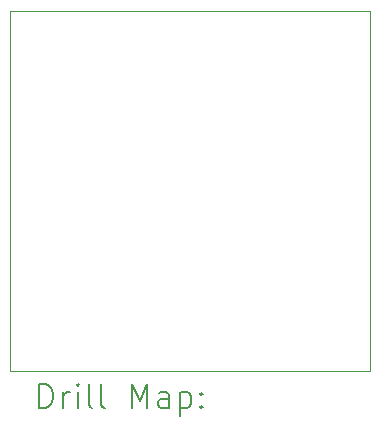
<source format=gbr>
%TF.GenerationSoftware,KiCad,Pcbnew,(6.0.9)*%
%TF.CreationDate,2023-11-13T03:08:19-05:00*%
%TF.ProjectId,ALRT_v1,414c5254-5f76-4312-9e6b-696361645f70,rev?*%
%TF.SameCoordinates,Original*%
%TF.FileFunction,Drillmap*%
%TF.FilePolarity,Positive*%
%FSLAX45Y45*%
G04 Gerber Fmt 4.5, Leading zero omitted, Abs format (unit mm)*
G04 Created by KiCad (PCBNEW (6.0.9)) date 2023-11-13 03:08:19*
%MOMM*%
%LPD*%
G01*
G04 APERTURE LIST*
%ADD10C,0.100000*%
%ADD11C,0.200000*%
G04 APERTURE END LIST*
D10*
X9652000Y-7112000D02*
X12700000Y-7112000D01*
X12700000Y-7112000D02*
X12700000Y-10160000D01*
X12700000Y-10160000D02*
X9652000Y-10160000D01*
X9652000Y-10160000D02*
X9652000Y-7112000D01*
D11*
X9904619Y-10475476D02*
X9904619Y-10275476D01*
X9952238Y-10275476D01*
X9980810Y-10285000D01*
X9999857Y-10304048D01*
X10009381Y-10323095D01*
X10018905Y-10361190D01*
X10018905Y-10389762D01*
X10009381Y-10427857D01*
X9999857Y-10446905D01*
X9980810Y-10465952D01*
X9952238Y-10475476D01*
X9904619Y-10475476D01*
X10104619Y-10475476D02*
X10104619Y-10342143D01*
X10104619Y-10380238D02*
X10114143Y-10361190D01*
X10123667Y-10351667D01*
X10142714Y-10342143D01*
X10161762Y-10342143D01*
X10228429Y-10475476D02*
X10228429Y-10342143D01*
X10228429Y-10275476D02*
X10218905Y-10285000D01*
X10228429Y-10294524D01*
X10237952Y-10285000D01*
X10228429Y-10275476D01*
X10228429Y-10294524D01*
X10352238Y-10475476D02*
X10333190Y-10465952D01*
X10323667Y-10446905D01*
X10323667Y-10275476D01*
X10457000Y-10475476D02*
X10437952Y-10465952D01*
X10428429Y-10446905D01*
X10428429Y-10275476D01*
X10685571Y-10475476D02*
X10685571Y-10275476D01*
X10752238Y-10418333D01*
X10818905Y-10275476D01*
X10818905Y-10475476D01*
X10999857Y-10475476D02*
X10999857Y-10370714D01*
X10990333Y-10351667D01*
X10971286Y-10342143D01*
X10933190Y-10342143D01*
X10914143Y-10351667D01*
X10999857Y-10465952D02*
X10980810Y-10475476D01*
X10933190Y-10475476D01*
X10914143Y-10465952D01*
X10904619Y-10446905D01*
X10904619Y-10427857D01*
X10914143Y-10408810D01*
X10933190Y-10399286D01*
X10980810Y-10399286D01*
X10999857Y-10389762D01*
X11095095Y-10342143D02*
X11095095Y-10542143D01*
X11095095Y-10351667D02*
X11114143Y-10342143D01*
X11152238Y-10342143D01*
X11171286Y-10351667D01*
X11180810Y-10361190D01*
X11190333Y-10380238D01*
X11190333Y-10437381D01*
X11180810Y-10456429D01*
X11171286Y-10465952D01*
X11152238Y-10475476D01*
X11114143Y-10475476D01*
X11095095Y-10465952D01*
X11276048Y-10456429D02*
X11285571Y-10465952D01*
X11276048Y-10475476D01*
X11266524Y-10465952D01*
X11276048Y-10456429D01*
X11276048Y-10475476D01*
X11276048Y-10351667D02*
X11285571Y-10361190D01*
X11276048Y-10370714D01*
X11266524Y-10361190D01*
X11276048Y-10351667D01*
X11276048Y-10370714D01*
M02*

</source>
